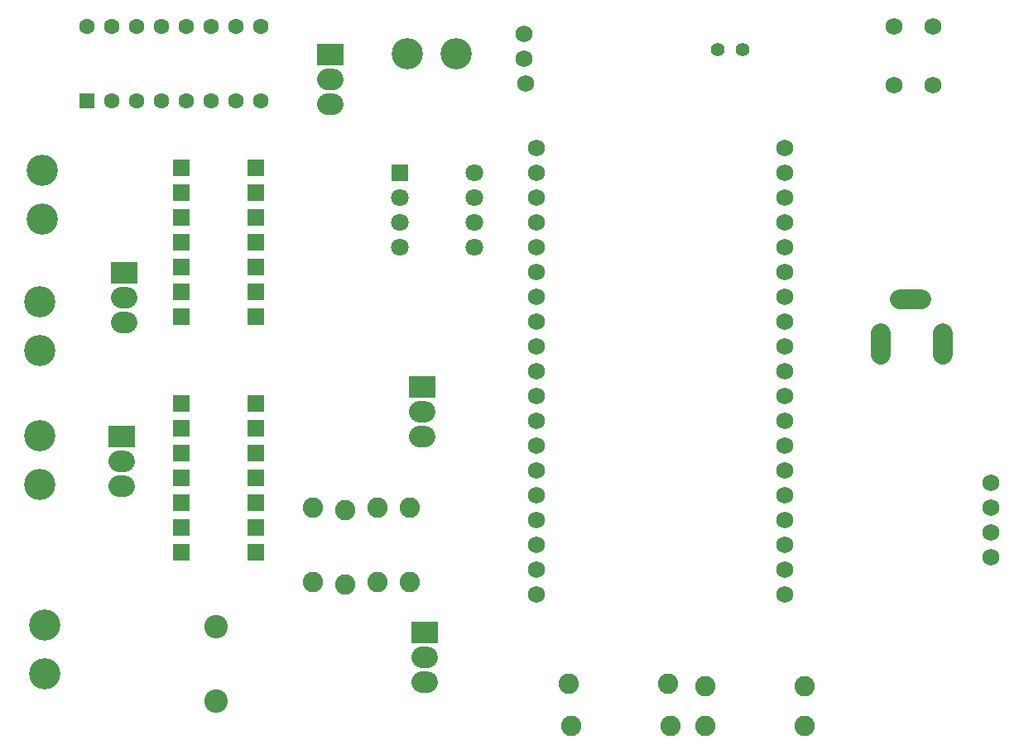
<source format=gbs>
G04 ---------------------------- Layer name :BOTTOM SOLDER LAYER*
G04 EasyEDA v5.4.12, Wed, 30 May 2018 14:54:02 GMT*
G04 28c5c568ee064045b2737d890bb1bb74*
G04 Gerber Generator version 0.2*
G04 Scale: 100 percent, Rotated: No, Reflected: No *
G04 Dimensions in inches *
G04 leading zeros omitted , absolute positions ,2 integer and 4 decimal *
%FSLAX24Y24*%
%MOIN*%
G90*
G70D02*

%ADD37C,0.078866*%
%ADD38C,0.086740*%
%ADD39R,0.106425X0.086740*%
%ADD40C,0.082000*%
%ADD41C,0.126110*%
%ADD42R,0.063100X0.063100*%
%ADD43C,0.063100*%
%ADD44R,0.071000X0.071000*%
%ADD45C,0.068000*%
%ADD46C,0.094614*%
%ADD47C,0.071000*%
%ADD48C,0.055000*%

%LPD*%
G54D37*
G01X36169Y17333D02*
G01X36169Y16466D01*
G01X38669Y16466D02*
G01X38669Y17333D01*
G01X37783Y18690D02*
G01X36916Y18690D01*
G54D38*
G01X17898Y3250D02*
G01X17701Y3250D01*
G01X17898Y4250D02*
G01X17701Y4250D01*
G01X14098Y26550D02*
G01X13901Y26550D01*
G01X14098Y27550D02*
G01X13901Y27550D01*
G01X5698Y11150D02*
G01X5501Y11150D01*
G01X5698Y12150D02*
G01X5501Y12150D01*
G01X5798Y17750D02*
G01X5601Y17750D01*
G01X5798Y18750D02*
G01X5601Y18750D01*
G01X17798Y13150D02*
G01X17601Y13150D01*
G01X17798Y14150D02*
G01X17601Y14150D01*
G54D39*
G01X17800Y5250D03*
G54D40*
G01X15900Y7300D03*
G01X15900Y10300D03*
G01X14600Y7200D03*
G01X14600Y10200D03*
G54D41*
G01X2400Y23900D03*
G01X2400Y21932D03*
G54D42*
G01X4200Y26700D03*
G54D43*
G01X5200Y26700D03*
G01X6200Y26700D03*
G01X7200Y26700D03*
G01X8200Y26700D03*
G01X9200Y26700D03*
G01X10200Y26700D03*
G01X11200Y26700D03*
G01X10200Y29700D03*
G01X9200Y29700D03*
G01X8200Y29700D03*
G01X7200Y29700D03*
G01X6200Y29700D03*
G01X5200Y29700D03*
G01X4200Y29700D03*
G01X11200Y29700D03*
G54D44*
G01X8000Y14500D03*
G01X8000Y13500D03*
G01X8000Y10500D03*
G01X8000Y9500D03*
G01X8000Y12500D03*
G01X8000Y11500D03*
G01X8000Y8500D03*
G01X11000Y8500D03*
G01X11000Y9500D03*
G01X11000Y10500D03*
G01X11000Y11500D03*
G01X11000Y12500D03*
G01X11000Y13500D03*
G01X11000Y14500D03*
G54D45*
G01X40600Y11300D03*
G01X40600Y10300D03*
G01X40600Y9300D03*
G01X40600Y8300D03*
G54D39*
G01X14000Y28550D03*
G01X5600Y13150D03*
G01X5700Y19750D03*
G54D41*
G01X2500Y3600D03*
G01X2500Y5567D03*
G54D39*
G01X17700Y15150D03*
G54D46*
G01X9400Y2500D03*
G01X9400Y5500D03*
G54D40*
G01X13300Y7300D03*
G01X13300Y10300D03*
G01X17200Y7300D03*
G01X17200Y10300D03*
G54D44*
G01X8000Y24000D03*
G01X8000Y23000D03*
G01X8000Y20000D03*
G01X8000Y19000D03*
G01X8000Y22000D03*
G01X8000Y21000D03*
G01X8000Y18000D03*
G01X11000Y18000D03*
G01X11000Y19000D03*
G01X11000Y20000D03*
G01X11000Y21000D03*
G01X11000Y22000D03*
G01X11000Y23000D03*
G01X11000Y24000D03*
G01X16800Y23800D03*
G54D47*
G01X16800Y22800D03*
G01X16800Y21800D03*
G01X16800Y20800D03*
G01X19800Y20800D03*
G01X19800Y21800D03*
G01X19800Y22800D03*
G01X19800Y23800D03*
G54D45*
G01X32300Y24800D03*
G01X32300Y23800D03*
G01X32300Y22800D03*
G01X32300Y21800D03*
G01X32300Y20800D03*
G01X32300Y19800D03*
G01X32300Y18800D03*
G01X32300Y17800D03*
G01X32300Y16800D03*
G01X32300Y15800D03*
G01X32300Y14800D03*
G01X32300Y13800D03*
G01X32300Y12800D03*
G01X32300Y11800D03*
G01X32300Y10800D03*
G01X32300Y9800D03*
G01X32300Y8800D03*
G01X32300Y7800D03*
G01X32300Y6800D03*
G01X22300Y24800D03*
G01X22300Y23800D03*
G01X22300Y22800D03*
G01X22300Y21800D03*
G01X22300Y20800D03*
G01X22300Y19800D03*
G01X22300Y18800D03*
G01X22300Y17800D03*
G01X22300Y16800D03*
G01X22300Y15800D03*
G01X22300Y14800D03*
G01X22300Y13800D03*
G01X22300Y12800D03*
G01X22300Y11800D03*
G01X22300Y10800D03*
G01X22300Y9800D03*
G01X22300Y8800D03*
G01X22300Y7800D03*
G01X22300Y6800D03*
G54D40*
G01X29100Y3100D03*
G01X33100Y3100D03*
G01X29100Y1500D03*
G01X33100Y1500D03*
G01X23600Y3200D03*
G01X27600Y3200D03*
G54D41*
G01X2300Y13200D03*
G01X2300Y11232D03*
G01X2300Y18600D03*
G01X2300Y16632D03*
G54D45*
G01X21800Y28400D03*
G01X21800Y29400D03*
G01X21839Y27392D03*
G54D40*
G01X23700Y1500D03*
G01X27700Y1500D03*
G54D48*
G01X29589Y28769D03*
G01X30589Y28769D03*
G54D45*
G01X38250Y27338D03*
G01X38250Y29700D03*
G01X36675Y27338D03*
G01X36675Y29700D03*
G54D41*
G01X17100Y28600D03*
G01X19068Y28600D03*
M00*
M02*

</source>
